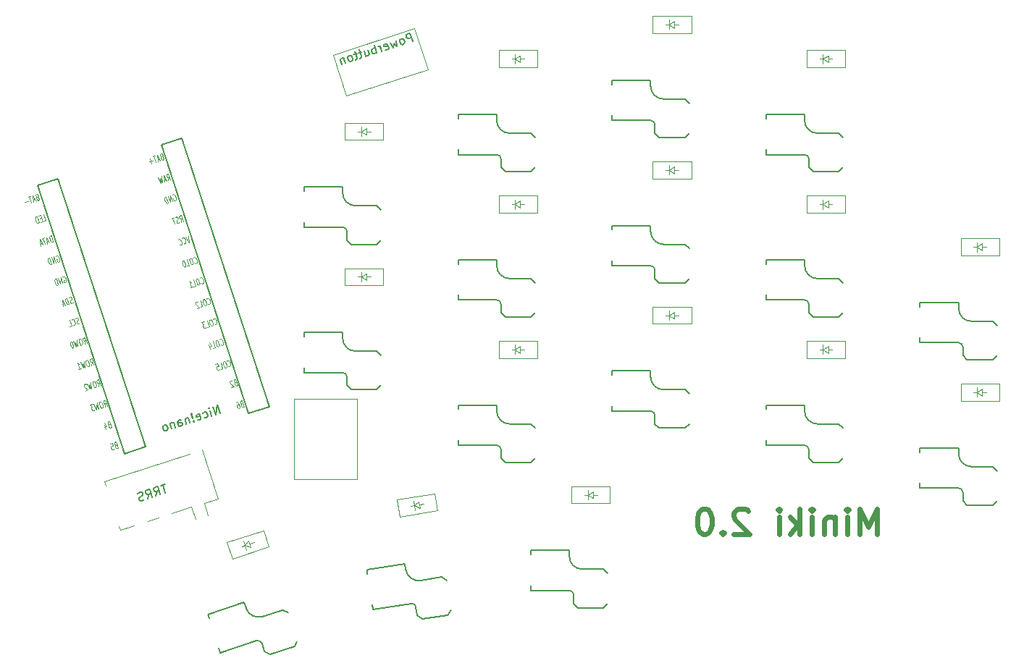
<source format=gbr>
%TF.GenerationSoftware,KiCad,Pcbnew,(5.1.8)-1*%
%TF.CreationDate,2021-08-08T13:00:59+02:00*%
%TF.ProjectId,miniki v2,6d696e69-6b69-4207-9632-2e6b69636164,rev?*%
%TF.SameCoordinates,Original*%
%TF.FileFunction,Legend,Bot*%
%TF.FilePolarity,Positive*%
%FSLAX46Y46*%
G04 Gerber Fmt 4.6, Leading zero omitted, Abs format (unit mm)*
G04 Created by KiCad (PCBNEW (5.1.8)-1) date 2021-08-08 13:00:59*
%MOMM*%
%LPD*%
G01*
G04 APERTURE LIST*
%ADD10C,0.600000*%
%ADD11C,0.100000*%
%ADD12C,0.120000*%
%ADD13C,0.150000*%
%ADD14C,0.125000*%
G04 APERTURE END LIST*
D10*
X129928571Y-118607142D02*
X129928571Y-115607142D01*
X128928571Y-117750000D01*
X127928571Y-115607142D01*
X127928571Y-118607142D01*
X126500000Y-118607142D02*
X126500000Y-116607142D01*
X126500000Y-115607142D02*
X126642857Y-115750000D01*
X126500000Y-115892857D01*
X126357142Y-115750000D01*
X126500000Y-115607142D01*
X126500000Y-115892857D01*
X125071428Y-116607142D02*
X125071428Y-118607142D01*
X125071428Y-116892857D02*
X124928571Y-116750000D01*
X124642857Y-116607142D01*
X124214285Y-116607142D01*
X123928571Y-116750000D01*
X123785714Y-117035714D01*
X123785714Y-118607142D01*
X122357142Y-118607142D02*
X122357142Y-116607142D01*
X122357142Y-115607142D02*
X122500000Y-115750000D01*
X122357142Y-115892857D01*
X122214285Y-115750000D01*
X122357142Y-115607142D01*
X122357142Y-115892857D01*
X120928571Y-118607142D02*
X120928571Y-115607142D01*
X120642857Y-117464285D02*
X119785714Y-118607142D01*
X119785714Y-116607142D02*
X120928571Y-117750000D01*
X118500000Y-118607142D02*
X118500000Y-116607142D01*
X118500000Y-115607142D02*
X118642857Y-115750000D01*
X118500000Y-115892857D01*
X118357142Y-115750000D01*
X118500000Y-115607142D01*
X118500000Y-115892857D01*
X114928571Y-115892857D02*
X114785714Y-115750000D01*
X114500000Y-115607142D01*
X113785714Y-115607142D01*
X113500000Y-115750000D01*
X113357142Y-115892857D01*
X113214285Y-116178571D01*
X113214285Y-116464285D01*
X113357142Y-116892857D01*
X115071428Y-118607142D01*
X113214285Y-118607142D01*
X111928571Y-118321428D02*
X111785714Y-118464285D01*
X111928571Y-118607142D01*
X112071428Y-118464285D01*
X111928571Y-118321428D01*
X111928571Y-118607142D01*
X109928571Y-115607142D02*
X109642857Y-115607142D01*
X109357142Y-115750000D01*
X109214285Y-115892857D01*
X109071428Y-116178571D01*
X108928571Y-116750000D01*
X108928571Y-117464285D01*
X109071428Y-118035714D01*
X109214285Y-118321428D01*
X109357142Y-118464285D01*
X109642857Y-118607142D01*
X109928571Y-118607142D01*
X110214285Y-118464285D01*
X110357142Y-118321428D01*
X110500000Y-118035714D01*
X110642857Y-117464285D01*
X110642857Y-116750000D01*
X110500000Y-116178571D01*
X110357142Y-115892857D01*
X110214285Y-115750000D01*
X109928571Y-115607142D01*
D11*
%TO.C,D18*%
X141650000Y-102000000D02*
X141650000Y-101450000D01*
D12*
X139750000Y-101000000D02*
X144250000Y-101000000D01*
D11*
X141250000Y-102000000D02*
X141650000Y-102000000D01*
X142250000Y-102400000D02*
X141650000Y-102000000D01*
D12*
X139750000Y-103000000D02*
X144250000Y-103000000D01*
X139750000Y-101000000D02*
X139750000Y-103000000D01*
D11*
X141650000Y-102000000D02*
X141650000Y-102550000D01*
X142250000Y-102000000D02*
X142750000Y-102000000D01*
X141650000Y-102000000D02*
X142250000Y-101600000D01*
X142250000Y-101600000D02*
X142250000Y-102400000D01*
D12*
X144250000Y-101000000D02*
X144250000Y-103000000D01*
D11*
%TO.C,D17*%
X141650000Y-85000000D02*
X141650000Y-84450000D01*
D12*
X139750000Y-84000000D02*
X144250000Y-84000000D01*
D11*
X141250000Y-85000000D02*
X141650000Y-85000000D01*
X142250000Y-85400000D02*
X141650000Y-85000000D01*
D12*
X139750000Y-86000000D02*
X144250000Y-86000000D01*
X139750000Y-84000000D02*
X139750000Y-86000000D01*
D11*
X141650000Y-85000000D02*
X141650000Y-85550000D01*
X142250000Y-85000000D02*
X142750000Y-85000000D01*
X141650000Y-85000000D02*
X142250000Y-84600000D01*
X142250000Y-84600000D02*
X142250000Y-85400000D01*
D12*
X144250000Y-84000000D02*
X144250000Y-86000000D01*
D11*
%TO.C,D15*%
X123650000Y-97000000D02*
X123650000Y-96450000D01*
D12*
X121750000Y-96000000D02*
X126250000Y-96000000D01*
D11*
X123250000Y-97000000D02*
X123650000Y-97000000D01*
X124250000Y-97400000D02*
X123650000Y-97000000D01*
D12*
X121750000Y-98000000D02*
X126250000Y-98000000D01*
X121750000Y-96000000D02*
X121750000Y-98000000D01*
D11*
X123650000Y-97000000D02*
X123650000Y-97550000D01*
X124250000Y-97000000D02*
X124750000Y-97000000D01*
X123650000Y-97000000D02*
X124250000Y-96600000D01*
X124250000Y-96600000D02*
X124250000Y-97400000D01*
D12*
X126250000Y-96000000D02*
X126250000Y-98000000D01*
D11*
%TO.C,D14*%
X123650000Y-80000000D02*
X123650000Y-79450000D01*
D12*
X121750000Y-79000000D02*
X126250000Y-79000000D01*
D11*
X123250000Y-80000000D02*
X123650000Y-80000000D01*
X124250000Y-80400000D02*
X123650000Y-80000000D01*
D12*
X121750000Y-81000000D02*
X126250000Y-81000000D01*
X121750000Y-79000000D02*
X121750000Y-81000000D01*
D11*
X123650000Y-80000000D02*
X123650000Y-80550000D01*
X124250000Y-80000000D02*
X124750000Y-80000000D01*
X123650000Y-80000000D02*
X124250000Y-79600000D01*
X124250000Y-79600000D02*
X124250000Y-80400000D01*
D12*
X126250000Y-79000000D02*
X126250000Y-81000000D01*
D11*
%TO.C,D13*%
X123650000Y-63000000D02*
X123650000Y-62450000D01*
D12*
X121750000Y-62000000D02*
X126250000Y-62000000D01*
D11*
X123250000Y-63000000D02*
X123650000Y-63000000D01*
X124250000Y-63400000D02*
X123650000Y-63000000D01*
D12*
X121750000Y-64000000D02*
X126250000Y-64000000D01*
X121750000Y-62000000D02*
X121750000Y-64000000D01*
D11*
X123650000Y-63000000D02*
X123650000Y-63550000D01*
X124250000Y-63000000D02*
X124750000Y-63000000D01*
X123650000Y-63000000D02*
X124250000Y-62600000D01*
X124250000Y-62600000D02*
X124250000Y-63400000D01*
D12*
X126250000Y-62000000D02*
X126250000Y-64000000D01*
D11*
%TO.C,D12*%
X96150000Y-114000000D02*
X96150000Y-113450000D01*
D12*
X94250000Y-113000000D02*
X98750000Y-113000000D01*
D11*
X95750000Y-114000000D02*
X96150000Y-114000000D01*
X96750000Y-114400000D02*
X96150000Y-114000000D01*
D12*
X94250000Y-115000000D02*
X98750000Y-115000000D01*
X94250000Y-113000000D02*
X94250000Y-115000000D01*
D11*
X96150000Y-114000000D02*
X96150000Y-114550000D01*
X96750000Y-114000000D02*
X97250000Y-114000000D01*
X96150000Y-114000000D02*
X96750000Y-113600000D01*
X96750000Y-113600000D02*
X96750000Y-114400000D01*
D12*
X98750000Y-113000000D02*
X98750000Y-115000000D01*
D11*
%TO.C,D11*%
X105650000Y-93000000D02*
X105650000Y-92450000D01*
D12*
X103750000Y-92000000D02*
X108250000Y-92000000D01*
D11*
X105250000Y-93000000D02*
X105650000Y-93000000D01*
X106250000Y-93400000D02*
X105650000Y-93000000D01*
D12*
X103750000Y-94000000D02*
X108250000Y-94000000D01*
X103750000Y-92000000D02*
X103750000Y-94000000D01*
D11*
X105650000Y-93000000D02*
X105650000Y-93550000D01*
X106250000Y-93000000D02*
X106750000Y-93000000D01*
X105650000Y-93000000D02*
X106250000Y-92600000D01*
X106250000Y-92600000D02*
X106250000Y-93400000D01*
D12*
X108250000Y-92000000D02*
X108250000Y-94000000D01*
D11*
%TO.C,D10*%
X105650000Y-76000000D02*
X105650000Y-75450000D01*
D12*
X103750000Y-75000000D02*
X108250000Y-75000000D01*
D11*
X105250000Y-76000000D02*
X105650000Y-76000000D01*
X106250000Y-76400000D02*
X105650000Y-76000000D01*
D12*
X103750000Y-77000000D02*
X108250000Y-77000000D01*
X103750000Y-75000000D02*
X103750000Y-77000000D01*
D11*
X105650000Y-76000000D02*
X105650000Y-76550000D01*
X106250000Y-76000000D02*
X106750000Y-76000000D01*
X105650000Y-76000000D02*
X106250000Y-75600000D01*
X106250000Y-75600000D02*
X106250000Y-76400000D01*
D12*
X108250000Y-75000000D02*
X108250000Y-77000000D01*
D13*
%TO.C,U1*%
X46292895Y-73078489D02*
X48708579Y-72293586D01*
X48708579Y-72293586D02*
X58906140Y-103678451D01*
X58906140Y-103678451D02*
X56490456Y-104463354D01*
X56491074Y-104465257D02*
X46292895Y-73078489D01*
X31798794Y-77787908D02*
X34214477Y-77003005D01*
X34214477Y-77003005D02*
X44412038Y-108387870D01*
X44412038Y-108387870D02*
X41996355Y-109172773D01*
X41996355Y-109172773D02*
X31798794Y-77787908D01*
D12*
%TO.C,Reset1*%
X69200000Y-112200000D02*
X69200000Y-102800000D01*
X69200000Y-102800000D02*
X61800000Y-102800000D01*
X61800000Y-102800000D02*
X61800000Y-112200000D01*
X61800000Y-112200000D02*
X69200000Y-112200000D01*
%TO.C,Power1*%
X67919373Y-67304692D02*
X66374288Y-62549410D01*
X77429938Y-64214522D02*
X67919373Y-67304692D01*
X75884853Y-59459240D02*
X77429938Y-64214522D01*
X66374288Y-62549410D02*
X75884853Y-59459240D01*
D13*
%TO.C,K18*%
X141000000Y-110700000D02*
G75*
G02*
X139500000Y-109200000I0J1500000D01*
G01*
X139500000Y-113200000D02*
G75*
G02*
X140000000Y-113700000I0J-500000D01*
G01*
X139500000Y-109200000D02*
X139500000Y-108500000D01*
X139500000Y-108500000D02*
X135000000Y-108500000D01*
X140500000Y-115200000D02*
X140000000Y-114700000D01*
X140000000Y-113700000D02*
X140000000Y-114700000D01*
X135000000Y-113200000D02*
X139500000Y-113200000D01*
X144000000Y-111200000D02*
X143500000Y-110700000D01*
X135000000Y-112600000D02*
X135000000Y-113200000D01*
X143500000Y-110700000D02*
X141000000Y-110700000D01*
X144000000Y-114700000D02*
X143500000Y-115200000D01*
X143500000Y-115200000D02*
X140500000Y-115200000D01*
X135000000Y-108500000D02*
X135000000Y-109000000D01*
%TO.C,K17*%
X141000000Y-93700000D02*
G75*
G02*
X139500000Y-92200000I0J1500000D01*
G01*
X139500000Y-96200000D02*
G75*
G02*
X140000000Y-96700000I0J-500000D01*
G01*
X139500000Y-92200000D02*
X139500000Y-91500000D01*
X139500000Y-91500000D02*
X135000000Y-91500000D01*
X140500000Y-98200000D02*
X140000000Y-97700000D01*
X140000000Y-96700000D02*
X140000000Y-97700000D01*
X135000000Y-96200000D02*
X139500000Y-96200000D01*
X144000000Y-94200000D02*
X143500000Y-93700000D01*
X135000000Y-95600000D02*
X135000000Y-96200000D01*
X143500000Y-93700000D02*
X141000000Y-93700000D01*
X144000000Y-97700000D02*
X143500000Y-98200000D01*
X143500000Y-98200000D02*
X140500000Y-98200000D01*
X135000000Y-91500000D02*
X135000000Y-92000000D01*
%TO.C,K15*%
X123000000Y-105700000D02*
G75*
G02*
X121500000Y-104200000I0J1500000D01*
G01*
X121500000Y-108200000D02*
G75*
G02*
X122000000Y-108700000I0J-500000D01*
G01*
X121500000Y-104200000D02*
X121500000Y-103500000D01*
X121500000Y-103500000D02*
X117000000Y-103500000D01*
X122500000Y-110200000D02*
X122000000Y-109700000D01*
X122000000Y-108700000D02*
X122000000Y-109700000D01*
X117000000Y-108200000D02*
X121500000Y-108200000D01*
X126000000Y-106200000D02*
X125500000Y-105700000D01*
X117000000Y-107600000D02*
X117000000Y-108200000D01*
X125500000Y-105700000D02*
X123000000Y-105700000D01*
X126000000Y-109700000D02*
X125500000Y-110200000D01*
X125500000Y-110200000D02*
X122500000Y-110200000D01*
X117000000Y-103500000D02*
X117000000Y-104000000D01*
%TO.C,K14*%
X123000000Y-88700000D02*
G75*
G02*
X121500000Y-87200000I0J1500000D01*
G01*
X121500000Y-91200000D02*
G75*
G02*
X122000000Y-91700000I0J-500000D01*
G01*
X121500000Y-87200000D02*
X121500000Y-86500000D01*
X121500000Y-86500000D02*
X117000000Y-86500000D01*
X122500000Y-93200000D02*
X122000000Y-92700000D01*
X122000000Y-91700000D02*
X122000000Y-92700000D01*
X117000000Y-91200000D02*
X121500000Y-91200000D01*
X126000000Y-89200000D02*
X125500000Y-88700000D01*
X117000000Y-90600000D02*
X117000000Y-91200000D01*
X125500000Y-88700000D02*
X123000000Y-88700000D01*
X126000000Y-92700000D02*
X125500000Y-93200000D01*
X125500000Y-93200000D02*
X122500000Y-93200000D01*
X117000000Y-86500000D02*
X117000000Y-87000000D01*
%TO.C,K13*%
X123000000Y-71700000D02*
G75*
G02*
X121500000Y-70200000I0J1500000D01*
G01*
X121500000Y-74200000D02*
G75*
G02*
X122000000Y-74700000I0J-500000D01*
G01*
X121500000Y-70200000D02*
X121500000Y-69500000D01*
X121500000Y-69500000D02*
X117000000Y-69500000D01*
X122500000Y-76200000D02*
X122000000Y-75700000D01*
X122000000Y-74700000D02*
X122000000Y-75700000D01*
X117000000Y-74200000D02*
X121500000Y-74200000D01*
X126000000Y-72200000D02*
X125500000Y-71700000D01*
X117000000Y-73600000D02*
X117000000Y-74200000D01*
X125500000Y-71700000D02*
X123000000Y-71700000D01*
X126000000Y-75700000D02*
X125500000Y-76200000D01*
X125500000Y-76200000D02*
X122500000Y-76200000D01*
X117000000Y-69500000D02*
X117000000Y-70000000D01*
%TO.C,K12*%
X95500000Y-122700000D02*
G75*
G02*
X94000000Y-121200000I0J1500000D01*
G01*
X94000000Y-125200000D02*
G75*
G02*
X94500000Y-125700000I0J-500000D01*
G01*
X94000000Y-121200000D02*
X94000000Y-120500000D01*
X94000000Y-120500000D02*
X89500000Y-120500000D01*
X95000000Y-127200000D02*
X94500000Y-126700000D01*
X94500000Y-125700000D02*
X94500000Y-126700000D01*
X89500000Y-125200000D02*
X94000000Y-125200000D01*
X98500000Y-123200000D02*
X98000000Y-122700000D01*
X89500000Y-124600000D02*
X89500000Y-125200000D01*
X98000000Y-122700000D02*
X95500000Y-122700000D01*
X98500000Y-126700000D02*
X98000000Y-127200000D01*
X98000000Y-127200000D02*
X95000000Y-127200000D01*
X89500000Y-120500000D02*
X89500000Y-121000000D01*
%TO.C,K11*%
X105000000Y-101700000D02*
G75*
G02*
X103500000Y-100200000I0J1500000D01*
G01*
X103500000Y-104200000D02*
G75*
G02*
X104000000Y-104700000I0J-500000D01*
G01*
X103500000Y-100200000D02*
X103500000Y-99500000D01*
X103500000Y-99500000D02*
X99000000Y-99500000D01*
X104500000Y-106200000D02*
X104000000Y-105700000D01*
X104000000Y-104700000D02*
X104000000Y-105700000D01*
X99000000Y-104200000D02*
X103500000Y-104200000D01*
X108000000Y-102200000D02*
X107500000Y-101700000D01*
X99000000Y-103600000D02*
X99000000Y-104200000D01*
X107500000Y-101700000D02*
X105000000Y-101700000D01*
X108000000Y-105700000D02*
X107500000Y-106200000D01*
X107500000Y-106200000D02*
X104500000Y-106200000D01*
X99000000Y-99500000D02*
X99000000Y-100000000D01*
%TO.C,K10*%
X105000000Y-84700000D02*
G75*
G02*
X103500000Y-83200000I0J1500000D01*
G01*
X103500000Y-87200000D02*
G75*
G02*
X104000000Y-87700000I0J-500000D01*
G01*
X103500000Y-83200000D02*
X103500000Y-82500000D01*
X103500000Y-82500000D02*
X99000000Y-82500000D01*
X104500000Y-89200000D02*
X104000000Y-88700000D01*
X104000000Y-87700000D02*
X104000000Y-88700000D01*
X99000000Y-87200000D02*
X103500000Y-87200000D01*
X108000000Y-85200000D02*
X107500000Y-84700000D01*
X99000000Y-86600000D02*
X99000000Y-87200000D01*
X107500000Y-84700000D02*
X105000000Y-84700000D01*
X108000000Y-88700000D02*
X107500000Y-89200000D01*
X107500000Y-89200000D02*
X104500000Y-89200000D01*
X99000000Y-82500000D02*
X99000000Y-83000000D01*
%TO.C,K9*%
X105000000Y-67700000D02*
G75*
G02*
X103500000Y-66200000I0J1500000D01*
G01*
X103500000Y-70200000D02*
G75*
G02*
X104000000Y-70700000I0J-500000D01*
G01*
X103500000Y-66200000D02*
X103500000Y-65500000D01*
X103500000Y-65500000D02*
X99000000Y-65500000D01*
X104500000Y-72200000D02*
X104000000Y-71700000D01*
X104000000Y-70700000D02*
X104000000Y-71700000D01*
X99000000Y-70200000D02*
X103500000Y-70200000D01*
X108000000Y-68200000D02*
X107500000Y-67700000D01*
X99000000Y-69600000D02*
X99000000Y-70200000D01*
X107500000Y-67700000D02*
X105000000Y-67700000D01*
X108000000Y-71700000D02*
X107500000Y-72200000D01*
X107500000Y-72200000D02*
X104500000Y-72200000D01*
X99000000Y-65500000D02*
X99000000Y-66000000D01*
%TO.C,K8*%
X76591119Y-124010881D02*
G75*
G02*
X74874935Y-122764001I-234652J1481532D01*
G01*
X75500673Y-126714754D02*
G75*
G02*
X76072734Y-127130381I78217J-493844D01*
G01*
X74874935Y-122764001D02*
X74765431Y-122072619D01*
X74765431Y-122072619D02*
X70320833Y-122776574D01*
X76801230Y-128533696D02*
X76229169Y-128118069D01*
X76072734Y-127130381D02*
X76229169Y-128118069D01*
X71056075Y-127418709D02*
X75500673Y-126714754D01*
X79632401Y-124035422D02*
X79060340Y-123619795D01*
X70962215Y-126826096D02*
X71056075Y-127418709D01*
X79060340Y-123619795D02*
X76591119Y-124010881D01*
X80179922Y-127492331D02*
X79764295Y-128064393D01*
X79764295Y-128064393D02*
X76801230Y-128533696D01*
X70320833Y-122776574D02*
X70399051Y-123270418D01*
%TO.C,K7*%
X87000000Y-105700000D02*
G75*
G02*
X85500000Y-104200000I0J1500000D01*
G01*
X85500000Y-108200000D02*
G75*
G02*
X86000000Y-108700000I0J-500000D01*
G01*
X85500000Y-104200000D02*
X85500000Y-103500000D01*
X85500000Y-103500000D02*
X81000000Y-103500000D01*
X86500000Y-110200000D02*
X86000000Y-109700000D01*
X86000000Y-108700000D02*
X86000000Y-109700000D01*
X81000000Y-108200000D02*
X85500000Y-108200000D01*
X90000000Y-106200000D02*
X89500000Y-105700000D01*
X81000000Y-107600000D02*
X81000000Y-108200000D01*
X89500000Y-105700000D02*
X87000000Y-105700000D01*
X90000000Y-109700000D02*
X89500000Y-110200000D01*
X89500000Y-110200000D02*
X86500000Y-110200000D01*
X81000000Y-103500000D02*
X81000000Y-104000000D01*
%TO.C,K6*%
X87000000Y-88700000D02*
G75*
G02*
X85500000Y-87200000I0J1500000D01*
G01*
X85500000Y-91200000D02*
G75*
G02*
X86000000Y-91700000I0J-500000D01*
G01*
X85500000Y-87200000D02*
X85500000Y-86500000D01*
X85500000Y-86500000D02*
X81000000Y-86500000D01*
X86500000Y-93200000D02*
X86000000Y-92700000D01*
X86000000Y-91700000D02*
X86000000Y-92700000D01*
X81000000Y-91200000D02*
X85500000Y-91200000D01*
X90000000Y-89200000D02*
X89500000Y-88700000D01*
X81000000Y-90600000D02*
X81000000Y-91200000D01*
X89500000Y-88700000D02*
X87000000Y-88700000D01*
X90000000Y-92700000D02*
X89500000Y-93200000D01*
X89500000Y-93200000D02*
X86500000Y-93200000D01*
X81000000Y-86500000D02*
X81000000Y-87000000D01*
%TO.C,K5*%
X87000000Y-71700000D02*
G75*
G02*
X85500000Y-70200000I0J1500000D01*
G01*
X85500000Y-74200000D02*
G75*
G02*
X86000000Y-74700000I0J-500000D01*
G01*
X85500000Y-70200000D02*
X85500000Y-69500000D01*
X85500000Y-69500000D02*
X81000000Y-69500000D01*
X86500000Y-76200000D02*
X86000000Y-75700000D01*
X86000000Y-74700000D02*
X86000000Y-75700000D01*
X81000000Y-74200000D02*
X85500000Y-74200000D01*
X90000000Y-72200000D02*
X89500000Y-71700000D01*
X81000000Y-73600000D02*
X81000000Y-74200000D01*
X89500000Y-71700000D02*
X87000000Y-71700000D01*
X90000000Y-75700000D02*
X89500000Y-76200000D01*
X89500000Y-76200000D02*
X86500000Y-76200000D01*
X81000000Y-69500000D02*
X81000000Y-70000000D01*
%TO.C,K4*%
X58092307Y-128227926D02*
G75*
G02*
X56202196Y-127264867I-463526J1426585D01*
G01*
X57438265Y-131069093D02*
G75*
G02*
X58068301Y-131390113I154508J-475528D01*
G01*
X56202196Y-127264867D02*
X55985884Y-126599127D01*
X55985884Y-126599127D02*
X51706130Y-127989704D01*
X59007355Y-132662189D02*
X58377318Y-132341169D01*
X58068301Y-131390113D02*
X58377318Y-132341169D01*
X53158510Y-132459669D02*
X57438264Y-131069093D01*
X61099984Y-127776403D02*
X60469948Y-127455384D01*
X52973100Y-131889035D02*
X53158510Y-132459669D01*
X60469948Y-127455384D02*
X58092306Y-128227926D01*
X62181544Y-131105101D02*
X61860524Y-131735138D01*
X61860524Y-131735138D02*
X59007355Y-132662189D01*
X51706130Y-127989704D02*
X51860638Y-128465232D01*
%TO.C,K2*%
X69000000Y-97200000D02*
G75*
G02*
X67500000Y-95700000I0J1500000D01*
G01*
X67500000Y-99700000D02*
G75*
G02*
X68000000Y-100200000I0J-500000D01*
G01*
X67500000Y-95700000D02*
X67500000Y-95000000D01*
X67500000Y-95000000D02*
X63000000Y-95000000D01*
X68500000Y-101700000D02*
X68000000Y-101200000D01*
X68000000Y-100200000D02*
X68000000Y-101200000D01*
X63000000Y-99700000D02*
X67500000Y-99700000D01*
X72000000Y-97700000D02*
X71500000Y-97200000D01*
X63000000Y-99100000D02*
X63000000Y-99700000D01*
X71500000Y-97200000D02*
X69000000Y-97200000D01*
X72000000Y-101200000D02*
X71500000Y-101700000D01*
X71500000Y-101700000D02*
X68500000Y-101700000D01*
X63000000Y-95000000D02*
X63000000Y-95500000D01*
%TO.C,K1*%
X69000000Y-80200000D02*
G75*
G02*
X67500000Y-78700000I0J1500000D01*
G01*
X67500000Y-82700000D02*
G75*
G02*
X68000000Y-83200000I0J-500000D01*
G01*
X67500000Y-78700000D02*
X67500000Y-78000000D01*
X67500000Y-78000000D02*
X63000000Y-78000000D01*
X68500000Y-84700000D02*
X68000000Y-84200000D01*
X68000000Y-83200000D02*
X68000000Y-84200000D01*
X63000000Y-82700000D02*
X67500000Y-82700000D01*
X72000000Y-80700000D02*
X71500000Y-80200000D01*
X63000000Y-82100000D02*
X63000000Y-82700000D01*
X71500000Y-80200000D02*
X69000000Y-80200000D01*
X72000000Y-84200000D02*
X71500000Y-84700000D01*
X71500000Y-84700000D02*
X68500000Y-84700000D01*
X63000000Y-78000000D02*
X63000000Y-78500000D01*
D12*
%TO.C,J1*%
X49815695Y-115414592D02*
X50279220Y-116841177D01*
X44679990Y-117083284D02*
X45963916Y-116666111D01*
X47533159Y-116156233D02*
X49815695Y-115414592D01*
X49578389Y-109182924D02*
X39625583Y-112416787D01*
X41479685Y-118123126D02*
X43110747Y-117593162D01*
X39780091Y-112892315D02*
X39625583Y-112416787D01*
X41479685Y-118123126D02*
X41325176Y-117647598D01*
X51038261Y-108708583D02*
X52892363Y-114414922D01*
X51289833Y-114935616D02*
X52892363Y-114414922D01*
X51289833Y-114935616D02*
X51753358Y-116362201D01*
D11*
%TO.C,D9*%
X105650000Y-59000000D02*
X105650000Y-58450000D01*
D12*
X103750000Y-58000000D02*
X108250000Y-58000000D01*
D11*
X105250000Y-59000000D02*
X105650000Y-59000000D01*
X106250000Y-59400000D02*
X105650000Y-59000000D01*
D12*
X103750000Y-60000000D02*
X108250000Y-60000000D01*
X103750000Y-58000000D02*
X103750000Y-60000000D01*
D11*
X105650000Y-59000000D02*
X105650000Y-59550000D01*
X106250000Y-59000000D02*
X106750000Y-59000000D01*
X105650000Y-59000000D02*
X106250000Y-58600000D01*
X106250000Y-58600000D02*
X106250000Y-59400000D01*
D12*
X108250000Y-58000000D02*
X108250000Y-60000000D01*
D11*
%TO.C,D8*%
X75854309Y-115254752D02*
X75768270Y-114711523D01*
D12*
X73821267Y-114564289D02*
X78265864Y-113860334D01*
D11*
X75459234Y-115317326D02*
X75854309Y-115254752D01*
X76509496Y-115555967D02*
X75854309Y-115254752D01*
D12*
X74134136Y-116539666D02*
X78578733Y-115835711D01*
X73821267Y-114564289D02*
X74134136Y-116539666D01*
D11*
X75854309Y-115254752D02*
X75940348Y-115797981D01*
X76446922Y-115160891D02*
X76940766Y-115082674D01*
X75854309Y-115254752D02*
X76384348Y-114765816D01*
X76384348Y-114765816D02*
X76509496Y-115555967D01*
D12*
X78265864Y-113860334D02*
X78578733Y-115835711D01*
D11*
%TO.C,D7*%
X87650000Y-97000000D02*
X87650000Y-96450000D01*
D12*
X85750000Y-96000000D02*
X90250000Y-96000000D01*
D11*
X87250000Y-97000000D02*
X87650000Y-97000000D01*
X88250000Y-97400000D02*
X87650000Y-97000000D01*
D12*
X85750000Y-98000000D02*
X90250000Y-98000000D01*
X85750000Y-96000000D02*
X85750000Y-98000000D01*
D11*
X87650000Y-97000000D02*
X87650000Y-97550000D01*
X88250000Y-97000000D02*
X88750000Y-97000000D01*
X87650000Y-97000000D02*
X88250000Y-96600000D01*
X88250000Y-96600000D02*
X88250000Y-97400000D01*
D12*
X90250000Y-96000000D02*
X90250000Y-98000000D01*
D11*
%TO.C,D6*%
X87650000Y-80000000D02*
X87650000Y-79450000D01*
D12*
X85750000Y-79000000D02*
X90250000Y-79000000D01*
D11*
X87250000Y-80000000D02*
X87650000Y-80000000D01*
X88250000Y-80400000D02*
X87650000Y-80000000D01*
D12*
X85750000Y-81000000D02*
X90250000Y-81000000D01*
X85750000Y-79000000D02*
X85750000Y-81000000D01*
D11*
X87650000Y-80000000D02*
X87650000Y-80550000D01*
X88250000Y-80000000D02*
X88750000Y-80000000D01*
X87650000Y-80000000D02*
X88250000Y-79600000D01*
X88250000Y-79600000D02*
X88250000Y-80400000D01*
D12*
X90250000Y-79000000D02*
X90250000Y-81000000D01*
D11*
%TO.C,D5*%
X87650000Y-63000000D02*
X87650000Y-62450000D01*
D12*
X85750000Y-62000000D02*
X90250000Y-62000000D01*
D11*
X87250000Y-63000000D02*
X87650000Y-63000000D01*
X88250000Y-63400000D02*
X87650000Y-63000000D01*
D12*
X85750000Y-64000000D02*
X90250000Y-64000000D01*
X85750000Y-62000000D02*
X85750000Y-64000000D01*
D11*
X87650000Y-63000000D02*
X87650000Y-63550000D01*
X88250000Y-63000000D02*
X88750000Y-63000000D01*
X87650000Y-63000000D02*
X88250000Y-62600000D01*
X88250000Y-62600000D02*
X88250000Y-63400000D01*
D12*
X90250000Y-62000000D02*
X90250000Y-64000000D01*
D11*
%TO.C,D4*%
X56067130Y-119908156D02*
X55897171Y-119385075D01*
D12*
X53951106Y-119544232D02*
X58230860Y-118153655D01*
D11*
X55686708Y-120031763D02*
X56067130Y-119908156D01*
X56761371Y-120103168D02*
X56067130Y-119908156D01*
D12*
X54569140Y-121446345D02*
X58848894Y-120055768D01*
X53951106Y-119544232D02*
X54569140Y-121446345D01*
D11*
X56067130Y-119908156D02*
X56237090Y-120431237D01*
X56637764Y-119722746D02*
X57113292Y-119568237D01*
X56067130Y-119908156D02*
X56514157Y-119342323D01*
X56514157Y-119342323D02*
X56761371Y-120103168D01*
D12*
X58230860Y-118153655D02*
X58848894Y-120055768D01*
D11*
%TO.C,D2*%
X69650000Y-88500000D02*
X69650000Y-87950000D01*
D12*
X67750000Y-87500000D02*
X72250000Y-87500000D01*
D11*
X69250000Y-88500000D02*
X69650000Y-88500000D01*
X70250000Y-88900000D02*
X69650000Y-88500000D01*
D12*
X67750000Y-89500000D02*
X72250000Y-89500000D01*
X67750000Y-87500000D02*
X67750000Y-89500000D01*
D11*
X69650000Y-88500000D02*
X69650000Y-89050000D01*
X70250000Y-88500000D02*
X70750000Y-88500000D01*
X69650000Y-88500000D02*
X70250000Y-88100000D01*
X70250000Y-88100000D02*
X70250000Y-88900000D01*
D12*
X72250000Y-87500000D02*
X72250000Y-89500000D01*
D11*
%TO.C,D1*%
X69650000Y-71500000D02*
X69650000Y-70950000D01*
D12*
X67750000Y-70500000D02*
X72250000Y-70500000D01*
D11*
X69250000Y-71500000D02*
X69650000Y-71500000D01*
X70250000Y-71900000D02*
X69650000Y-71500000D01*
D12*
X67750000Y-72500000D02*
X72250000Y-72500000D01*
X67750000Y-70500000D02*
X67750000Y-72500000D01*
D11*
X69650000Y-71500000D02*
X69650000Y-72050000D01*
X70250000Y-71500000D02*
X70750000Y-71500000D01*
X69650000Y-71500000D02*
X70250000Y-71100000D01*
X70250000Y-71100000D02*
X70250000Y-71900000D01*
D12*
X72250000Y-70500000D02*
X72250000Y-72500000D01*
%TO.C,U1*%
D13*
X53169537Y-104440854D02*
X52860520Y-103489797D01*
X52626076Y-104617435D01*
X52317059Y-103666378D01*
X52173192Y-104764586D02*
X51967181Y-104130548D01*
X51864175Y-103813529D02*
X51924179Y-103844102D01*
X51893605Y-103904106D01*
X51833602Y-103873533D01*
X51864175Y-103813529D01*
X51893605Y-103904106D01*
X51297997Y-104998884D02*
X51403289Y-105014742D01*
X51584443Y-104955882D01*
X51660305Y-104881163D01*
X51690878Y-104821160D01*
X51706736Y-104715868D01*
X51618446Y-104444137D01*
X51543727Y-104368276D01*
X51483723Y-104337702D01*
X51378432Y-104321844D01*
X51197278Y-104380705D01*
X51121416Y-104455423D01*
X50528094Y-105249041D02*
X50633386Y-105264899D01*
X50814540Y-105206038D01*
X50890402Y-105131320D01*
X50906260Y-105026028D01*
X50788539Y-104663721D01*
X50713821Y-104587859D01*
X50608529Y-104572001D01*
X50427375Y-104630861D01*
X50351513Y-104705580D01*
X50335655Y-104810872D01*
X50365085Y-104901448D01*
X50847400Y-104844874D01*
X50060495Y-105350903D02*
X50029922Y-105410907D01*
X50089926Y-105441480D01*
X50120499Y-105381476D01*
X50060495Y-105350903D01*
X50089926Y-105441480D01*
X49972205Y-105079173D02*
X49840912Y-104520997D01*
X49780909Y-104490423D01*
X49750335Y-104550427D01*
X49972205Y-105079173D01*
X49780909Y-104490423D01*
X49431030Y-104954593D02*
X49637041Y-105588631D01*
X49460460Y-105045170D02*
X49400457Y-105014597D01*
X49295165Y-104998739D01*
X49159300Y-105042884D01*
X49083438Y-105117602D01*
X49067580Y-105222894D01*
X49229446Y-105721067D01*
X48368966Y-106000654D02*
X48207100Y-105502481D01*
X48222958Y-105397189D01*
X48298820Y-105322471D01*
X48479974Y-105263610D01*
X48585266Y-105279468D01*
X48354251Y-105955365D02*
X48459543Y-105971223D01*
X48685985Y-105897648D01*
X48761847Y-105822929D01*
X48777705Y-105717637D01*
X48748275Y-105627061D01*
X48673556Y-105551199D01*
X48568264Y-105535341D01*
X48341822Y-105608916D01*
X48236530Y-105593058D01*
X47710071Y-105513767D02*
X47916082Y-106147805D01*
X47739501Y-105604344D02*
X47679497Y-105573770D01*
X47574206Y-105557912D01*
X47438340Y-105602057D01*
X47362479Y-105676776D01*
X47346620Y-105782068D01*
X47508486Y-106280240D01*
X46919737Y-106471537D02*
X46995599Y-106396818D01*
X47026172Y-106336815D01*
X47042030Y-106231523D01*
X46953740Y-105959792D01*
X46879021Y-105883930D01*
X46819018Y-105853357D01*
X46713726Y-105837499D01*
X46577861Y-105881644D01*
X46501999Y-105956363D01*
X46471426Y-106016366D01*
X46455567Y-106121658D01*
X46543858Y-106393389D01*
X46618577Y-106469250D01*
X46678580Y-106499824D01*
X46783872Y-106515682D01*
X46919737Y-106471537D01*
D14*
X46313432Y-74440745D02*
X46256536Y-74496784D01*
X46244928Y-74538108D01*
X46244356Y-74613398D01*
X46277465Y-74715297D01*
X46322182Y-74775872D01*
X46355862Y-74802481D01*
X46412187Y-74821732D01*
X46593341Y-74762871D01*
X46361578Y-74049579D01*
X46203069Y-74101082D01*
X46168817Y-74149763D01*
X46157209Y-74191087D01*
X46156637Y-74266377D01*
X46178710Y-74334310D01*
X46223427Y-74394885D01*
X46257107Y-74421494D01*
X46313432Y-74440745D01*
X46471941Y-74389242D01*
X46074239Y-74706225D02*
X45847797Y-74779800D01*
X46185745Y-74895307D02*
X45795473Y-74233518D01*
X45868726Y-74998313D01*
X45546387Y-74314451D02*
X45274656Y-74402741D01*
X45642284Y-75071888D02*
X45410521Y-74358596D01*
X45259619Y-74895806D02*
X44897312Y-75013527D01*
X45166756Y-75226397D02*
X44990175Y-74682936D01*
X31762267Y-79168705D02*
X31705371Y-79224744D01*
X31693763Y-79266068D01*
X31693191Y-79341358D01*
X31726300Y-79443257D01*
X31771017Y-79503832D01*
X31804697Y-79530441D01*
X31861022Y-79549692D01*
X32042176Y-79490831D01*
X31810413Y-78777539D01*
X31651904Y-78829042D01*
X31617652Y-78877723D01*
X31606044Y-78919047D01*
X31605472Y-78994337D01*
X31627545Y-79062270D01*
X31672262Y-79122845D01*
X31705942Y-79149454D01*
X31762267Y-79168705D01*
X31920776Y-79117202D01*
X31523074Y-79434185D02*
X31296632Y-79507760D01*
X31634580Y-79623267D02*
X31244308Y-78961478D01*
X31317561Y-79726273D01*
X30995222Y-79042411D02*
X30723491Y-79130701D01*
X31091119Y-79799848D02*
X30859356Y-79086556D01*
X30708454Y-79623766D02*
X30346147Y-79741487D01*
D13*
D14*
X38105243Y-98844475D02*
X38153389Y-98453310D01*
X38376973Y-98756185D02*
X38145211Y-98042892D01*
X37964057Y-98101753D01*
X37929805Y-98150434D01*
X37918197Y-98191758D01*
X37917625Y-98267048D01*
X37950734Y-98368947D01*
X37995451Y-98429522D01*
X38029132Y-98456131D01*
X38085457Y-98475382D01*
X38266610Y-98416522D01*
X37579106Y-98226831D02*
X37488529Y-98256261D01*
X37454277Y-98304943D01*
X37431061Y-98387590D01*
X37452562Y-98530813D01*
X37529816Y-98768577D01*
X37596606Y-98897085D01*
X37663967Y-98950302D01*
X37720291Y-98969554D01*
X37810868Y-98940123D01*
X37845120Y-98891442D01*
X37868336Y-98808794D01*
X37846835Y-98665572D01*
X37769581Y-98427808D01*
X37702791Y-98299300D01*
X37635430Y-98246082D01*
X37579106Y-98226831D01*
X37216798Y-98344552D02*
X37335340Y-99094632D01*
X37079218Y-98614568D01*
X37154186Y-99153492D01*
X36809203Y-98476988D01*
X36610726Y-99330074D02*
X36882456Y-99241783D01*
X36746591Y-99285928D02*
X36514828Y-98572636D01*
X36593225Y-98659820D01*
X36660586Y-98713037D01*
X36716911Y-98732288D01*
X53272808Y-96445076D02*
X53306488Y-96471685D01*
X53385457Y-96483579D01*
X53430745Y-96468864D01*
X53487642Y-96412825D01*
X53510857Y-96330177D01*
X53511429Y-96254887D01*
X53489928Y-96111664D01*
X53456819Y-96009765D01*
X53390030Y-95881257D01*
X53345313Y-95820682D01*
X53277952Y-95767465D01*
X53198983Y-95755571D01*
X53153694Y-95770286D01*
X53096798Y-95826325D01*
X53085190Y-95867649D01*
X52768743Y-95895365D02*
X52678166Y-95924795D01*
X52643914Y-95973476D01*
X52620698Y-96056124D01*
X52642199Y-96199347D01*
X52719454Y-96437111D01*
X52786243Y-96565618D01*
X52853604Y-96618836D01*
X52909929Y-96638087D01*
X53000506Y-96608657D01*
X53034758Y-96559976D01*
X53057973Y-96477328D01*
X53036472Y-96334105D01*
X52959218Y-96096341D01*
X52892429Y-95967833D01*
X52825068Y-95914616D01*
X52768743Y-95895365D01*
X52366468Y-96814668D02*
X52592910Y-96741093D01*
X52361147Y-96027800D01*
X51849652Y-96456861D02*
X52004161Y-96932389D01*
X51874583Y-96148343D02*
X52153348Y-96621049D01*
X51858974Y-96716698D01*
X38909768Y-101320551D02*
X38957914Y-100929386D01*
X39181498Y-101232261D02*
X38949736Y-100518968D01*
X38768582Y-100577829D01*
X38734330Y-100626510D01*
X38722722Y-100667834D01*
X38722150Y-100743124D01*
X38755259Y-100845023D01*
X38799976Y-100905598D01*
X38833657Y-100932207D01*
X38889982Y-100951458D01*
X39071135Y-100892598D01*
X38383631Y-100702907D02*
X38293054Y-100732337D01*
X38258802Y-100781019D01*
X38235586Y-100863666D01*
X38257087Y-101006889D01*
X38334341Y-101244653D01*
X38401131Y-101373161D01*
X38468492Y-101426378D01*
X38524816Y-101445630D01*
X38615393Y-101416199D01*
X38649645Y-101367518D01*
X38672861Y-101284870D01*
X38651360Y-101141648D01*
X38574106Y-100903884D01*
X38507316Y-100775376D01*
X38439955Y-100722158D01*
X38383631Y-100702907D01*
X38021323Y-100820628D02*
X38139865Y-101570708D01*
X37883743Y-101090644D01*
X37958711Y-101629568D01*
X37613728Y-100953064D01*
X37477291Y-101072499D02*
X37443610Y-101045890D01*
X37387286Y-101026639D01*
X37274065Y-101063427D01*
X37239813Y-101112108D01*
X37228205Y-101153432D01*
X37227633Y-101228722D01*
X37249706Y-101296655D01*
X37305459Y-101391196D01*
X37709625Y-101710501D01*
X37415251Y-101806150D01*
X54135548Y-98938513D02*
X54169228Y-98965122D01*
X54248197Y-98977016D01*
X54293485Y-98962301D01*
X54350382Y-98906262D01*
X54373597Y-98823614D01*
X54374169Y-98748324D01*
X54352668Y-98605101D01*
X54319559Y-98503202D01*
X54252770Y-98374694D01*
X54208053Y-98314119D01*
X54140692Y-98260902D01*
X54061723Y-98249008D01*
X54016434Y-98263723D01*
X53959538Y-98319762D01*
X53947930Y-98361086D01*
X53631483Y-98388802D02*
X53540906Y-98418232D01*
X53506654Y-98466913D01*
X53483438Y-98549561D01*
X53504939Y-98692784D01*
X53582194Y-98930548D01*
X53648983Y-99059055D01*
X53716344Y-99112273D01*
X53772669Y-99131524D01*
X53863246Y-99102094D01*
X53897498Y-99053413D01*
X53920713Y-98970765D01*
X53899212Y-98827542D01*
X53821958Y-98589778D01*
X53755169Y-98461270D01*
X53687808Y-98408053D01*
X53631483Y-98388802D01*
X53229208Y-99308105D02*
X53455650Y-99234530D01*
X53223887Y-98521237D01*
X52612494Y-98719891D02*
X52838936Y-98646316D01*
X52971943Y-98978621D01*
X52938263Y-98952012D01*
X52881938Y-98932761D01*
X52768717Y-98969549D01*
X52734465Y-99018230D01*
X52722857Y-99059554D01*
X52722285Y-99134844D01*
X52777467Y-99304676D01*
X52822184Y-99365251D01*
X52855864Y-99391860D01*
X52912189Y-99411111D01*
X53025410Y-99374323D01*
X53059662Y-99325642D01*
X53071270Y-99284318D01*
X39685710Y-103708654D02*
X39733856Y-103317489D01*
X39957440Y-103620364D02*
X39725678Y-102907071D01*
X39544524Y-102965932D01*
X39510272Y-103014613D01*
X39498664Y-103055937D01*
X39498092Y-103131227D01*
X39531201Y-103233126D01*
X39575918Y-103293701D01*
X39609599Y-103320310D01*
X39665924Y-103339561D01*
X39847077Y-103280701D01*
X39159573Y-103091010D02*
X39068996Y-103120440D01*
X39034744Y-103169122D01*
X39011528Y-103251769D01*
X39033029Y-103394992D01*
X39110283Y-103632756D01*
X39177073Y-103761264D01*
X39244434Y-103814481D01*
X39300758Y-103833733D01*
X39391335Y-103804302D01*
X39425587Y-103755621D01*
X39448803Y-103672973D01*
X39427302Y-103529751D01*
X39350048Y-103291987D01*
X39283258Y-103163479D01*
X39215897Y-103110261D01*
X39159573Y-103091010D01*
X38797265Y-103208731D02*
X38915807Y-103958811D01*
X38659685Y-103478747D01*
X38734653Y-104017671D01*
X38389670Y-103341167D01*
X38253804Y-103385312D02*
X37959430Y-103480960D01*
X38206230Y-103701188D01*
X38138297Y-103723260D01*
X38104045Y-103771942D01*
X38092437Y-103813266D01*
X38091866Y-103888556D01*
X38147047Y-104058387D01*
X38191764Y-104118962D01*
X38225445Y-104145571D01*
X38281769Y-104164822D01*
X38417635Y-104120677D01*
X38451887Y-104071996D01*
X38463495Y-104030672D01*
X54926489Y-100844453D02*
X54869592Y-100900492D01*
X54857985Y-100941816D01*
X54857413Y-101017106D01*
X54890522Y-101119005D01*
X54935239Y-101179580D01*
X54968919Y-101206189D01*
X55025244Y-101225440D01*
X55206398Y-101166579D01*
X54974635Y-100453287D01*
X54816126Y-100504790D01*
X54781873Y-100553471D01*
X54770266Y-100594795D01*
X54769694Y-100670085D01*
X54791767Y-100738018D01*
X54836483Y-100798593D01*
X54870164Y-100825202D01*
X54926489Y-100844453D01*
X55084998Y-100792950D01*
X54543824Y-100668371D02*
X54510143Y-100641762D01*
X54453818Y-100622511D01*
X54340597Y-100659298D01*
X54306345Y-100707980D01*
X54294737Y-100749304D01*
X54294166Y-100824594D01*
X54316238Y-100892526D01*
X54371992Y-100987068D01*
X54776158Y-101306373D01*
X54481783Y-101402021D01*
X40169672Y-105772769D02*
X40112775Y-105828808D01*
X40101168Y-105870132D01*
X40100596Y-105945422D01*
X40133705Y-106047321D01*
X40178422Y-106107896D01*
X40212102Y-106134505D01*
X40268427Y-106153756D01*
X40449581Y-106094895D01*
X40217818Y-105381603D01*
X40059309Y-105433106D01*
X40025056Y-105481787D01*
X40013449Y-105523111D01*
X40012877Y-105598401D01*
X40034950Y-105666334D01*
X40079666Y-105726909D01*
X40113347Y-105753518D01*
X40169672Y-105772769D01*
X40328181Y-105721266D01*
X39615746Y-105840094D02*
X39770255Y-106315622D01*
X39640677Y-105531575D02*
X39919442Y-106004282D01*
X39625068Y-106099930D01*
X40954575Y-108188453D02*
X40897678Y-108244492D01*
X40886071Y-108285816D01*
X40885499Y-108361106D01*
X40918608Y-108463005D01*
X40963325Y-108523580D01*
X40997005Y-108550189D01*
X41053330Y-108569440D01*
X41234484Y-108510579D01*
X41002721Y-107797287D01*
X40844212Y-107848790D01*
X40809959Y-107897471D01*
X40798352Y-107938795D01*
X40797780Y-108014085D01*
X40819853Y-108082018D01*
X40864569Y-108142593D01*
X40898250Y-108169202D01*
X40954575Y-108188453D01*
X41113084Y-108136950D01*
X40300751Y-108025371D02*
X40527193Y-107951796D01*
X40660200Y-108284101D01*
X40626520Y-108257492D01*
X40570195Y-108238241D01*
X40456974Y-108275029D01*
X40422722Y-108323710D01*
X40411114Y-108365034D01*
X40410542Y-108440324D01*
X40465724Y-108610156D01*
X40510441Y-108670731D01*
X40544121Y-108697340D01*
X40600446Y-108716591D01*
X40713667Y-108679803D01*
X40747919Y-108631122D01*
X40759527Y-108589798D01*
X55670623Y-103340152D02*
X55613726Y-103396191D01*
X55602119Y-103437515D01*
X55601547Y-103512805D01*
X55634656Y-103614704D01*
X55679373Y-103675279D01*
X55713053Y-103701888D01*
X55769378Y-103721139D01*
X55950532Y-103662278D01*
X55718769Y-102948986D01*
X55560260Y-103000489D01*
X55526007Y-103049170D01*
X55514400Y-103090494D01*
X55513828Y-103165784D01*
X55535901Y-103233717D01*
X55580617Y-103294292D01*
X55614298Y-103320901D01*
X55670623Y-103340152D01*
X55829132Y-103288649D01*
X55039443Y-103169712D02*
X55130020Y-103140282D01*
X55186344Y-103159533D01*
X55220025Y-103186142D01*
X55298422Y-103273326D01*
X55365212Y-103401834D01*
X55453502Y-103673564D01*
X55452931Y-103748854D01*
X55441323Y-103790178D01*
X55407071Y-103838860D01*
X55316494Y-103868290D01*
X55260169Y-103849039D01*
X55226489Y-103822430D01*
X55181772Y-103761855D01*
X55126590Y-103592023D01*
X55127162Y-103516733D01*
X55138770Y-103475409D01*
X55173022Y-103426728D01*
X55263599Y-103397298D01*
X55319923Y-103416549D01*
X55353604Y-103443158D01*
X55398321Y-103503733D01*
X50211032Y-86860095D02*
X50244712Y-86886704D01*
X50323681Y-86898598D01*
X50368969Y-86883883D01*
X50425866Y-86827844D01*
X50449081Y-86745196D01*
X50449653Y-86669906D01*
X50428152Y-86526683D01*
X50395043Y-86424784D01*
X50328254Y-86296276D01*
X50283537Y-86235701D01*
X50216176Y-86182484D01*
X50137207Y-86170590D01*
X50091918Y-86185305D01*
X50035022Y-86241344D01*
X50023414Y-86282668D01*
X49706967Y-86310384D02*
X49616390Y-86339814D01*
X49582138Y-86388495D01*
X49558922Y-86471143D01*
X49580423Y-86614366D01*
X49657678Y-86852130D01*
X49724467Y-86980637D01*
X49791828Y-87033855D01*
X49848153Y-87053106D01*
X49938730Y-87023676D01*
X49972982Y-86974995D01*
X49996197Y-86892347D01*
X49974696Y-86749124D01*
X49897442Y-86511360D01*
X49830653Y-86382852D01*
X49763292Y-86329635D01*
X49706967Y-86310384D01*
X49304692Y-87229687D02*
X49531134Y-87156112D01*
X49299371Y-86442819D01*
X48823843Y-86597328D02*
X48778555Y-86612043D01*
X48744302Y-86660724D01*
X48732695Y-86702048D01*
X48732123Y-86777338D01*
X48753624Y-86920561D01*
X48808806Y-87090393D01*
X48875595Y-87218900D01*
X48920312Y-87279475D01*
X48953993Y-87306084D01*
X49010317Y-87325335D01*
X49055606Y-87310620D01*
X49089858Y-87261939D01*
X49101466Y-87220615D01*
X49102037Y-87145325D01*
X49080536Y-87002102D01*
X49025355Y-86832271D01*
X48958565Y-86703763D01*
X48913848Y-86643188D01*
X48880168Y-86616579D01*
X48823843Y-86597328D01*
X35955567Y-91493253D02*
X35898671Y-91549292D01*
X35785450Y-91586079D01*
X35729125Y-91566828D01*
X35695445Y-91540219D01*
X35650728Y-91479644D01*
X35628655Y-91411712D01*
X35629227Y-91336422D01*
X35640835Y-91295098D01*
X35675087Y-91246416D01*
X35754627Y-91183020D01*
X35788879Y-91134338D01*
X35800487Y-91093015D01*
X35801059Y-91017724D01*
X35778986Y-90949792D01*
X35734269Y-90889217D01*
X35700589Y-90862608D01*
X35644264Y-90843357D01*
X35531043Y-90880144D01*
X35474147Y-90936183D01*
X35491075Y-91681727D02*
X35259313Y-90968435D01*
X35146092Y-91005223D01*
X35089195Y-91061262D01*
X35065980Y-91143909D01*
X35065408Y-91219200D01*
X35086909Y-91362422D01*
X35120018Y-91464321D01*
X35186808Y-91592829D01*
X35231524Y-91653404D01*
X35298886Y-91706622D01*
X35377854Y-91718515D01*
X35491075Y-91681727D01*
X34971973Y-91625081D02*
X34745531Y-91698656D01*
X35083480Y-91814163D02*
X34693208Y-91152374D01*
X34766461Y-91917169D01*
X50985274Y-89242967D02*
X51018954Y-89269576D01*
X51097923Y-89281470D01*
X51143211Y-89266755D01*
X51200108Y-89210716D01*
X51223323Y-89128068D01*
X51223895Y-89052778D01*
X51202394Y-88909555D01*
X51169285Y-88807656D01*
X51102496Y-88679148D01*
X51057779Y-88618573D01*
X50990418Y-88565356D01*
X50911449Y-88553462D01*
X50866160Y-88568177D01*
X50809264Y-88624216D01*
X50797656Y-88665540D01*
X50481209Y-88693256D02*
X50390632Y-88722686D01*
X50356380Y-88771367D01*
X50333164Y-88854015D01*
X50354665Y-88997238D01*
X50431920Y-89235002D01*
X50498709Y-89363509D01*
X50566070Y-89416727D01*
X50622395Y-89435978D01*
X50712972Y-89406548D01*
X50747224Y-89357867D01*
X50770439Y-89275219D01*
X50748938Y-89131996D01*
X50671684Y-88894232D01*
X50604895Y-88765724D01*
X50537534Y-88712507D01*
X50481209Y-88693256D01*
X50078934Y-89612559D02*
X50305376Y-89538984D01*
X50073613Y-88825691D01*
X49671338Y-89744995D02*
X49943069Y-89656705D01*
X49807203Y-89700850D02*
X49575441Y-88987557D01*
X49653838Y-89074741D01*
X49721199Y-89127959D01*
X49777524Y-89147210D01*
X36729148Y-93912615D02*
X36672252Y-93968654D01*
X36559031Y-94005442D01*
X36502706Y-93986191D01*
X36469026Y-93959582D01*
X36424309Y-93899007D01*
X36402236Y-93831074D01*
X36402808Y-93755784D01*
X36414416Y-93714460D01*
X36448668Y-93665779D01*
X36528208Y-93602383D01*
X36562460Y-93553701D01*
X36574068Y-93512377D01*
X36574640Y-93437087D01*
X36552567Y-93369155D01*
X36507850Y-93308579D01*
X36474170Y-93281971D01*
X36417845Y-93262720D01*
X36304624Y-93299507D01*
X36247728Y-93355546D01*
X35970853Y-94121448D02*
X36004534Y-94148057D01*
X36083503Y-94159951D01*
X36128791Y-94145235D01*
X36185687Y-94089197D01*
X36208903Y-94006549D01*
X36209475Y-93931259D01*
X36187974Y-93788036D01*
X36154865Y-93686137D01*
X36088075Y-93557629D01*
X36043358Y-93497054D01*
X35975997Y-93443837D01*
X35897028Y-93431943D01*
X35851740Y-93446658D01*
X35794844Y-93502697D01*
X35783236Y-93544021D01*
X35562686Y-94329174D02*
X35789128Y-94255599D01*
X35557365Y-93542306D01*
X51771568Y-91662930D02*
X51805248Y-91689539D01*
X51884217Y-91701433D01*
X51929505Y-91686718D01*
X51986402Y-91630679D01*
X52009617Y-91548031D01*
X52010189Y-91472741D01*
X51988688Y-91329518D01*
X51955579Y-91227619D01*
X51888790Y-91099111D01*
X51844073Y-91038536D01*
X51776712Y-90985319D01*
X51697743Y-90973425D01*
X51652454Y-90988140D01*
X51595558Y-91044179D01*
X51583950Y-91085503D01*
X51267503Y-91113219D02*
X51176926Y-91142649D01*
X51142674Y-91191330D01*
X51119458Y-91273978D01*
X51140959Y-91417201D01*
X51218214Y-91654965D01*
X51285003Y-91783472D01*
X51352364Y-91836690D01*
X51408689Y-91855941D01*
X51499266Y-91826511D01*
X51533518Y-91777830D01*
X51556733Y-91695182D01*
X51535232Y-91551959D01*
X51457978Y-91314195D01*
X51391189Y-91185687D01*
X51323828Y-91132470D01*
X51267503Y-91113219D01*
X50865228Y-92032522D02*
X51091670Y-91958947D01*
X50859907Y-91245654D01*
X50519673Y-91431308D02*
X50485992Y-91404699D01*
X50429667Y-91385448D01*
X50316446Y-91422236D01*
X50282194Y-91470917D01*
X50270586Y-91512241D01*
X50270015Y-91587531D01*
X50292087Y-91655464D01*
X50347841Y-91750005D01*
X50752007Y-92069310D01*
X50457632Y-92164958D01*
X37300717Y-96368399D02*
X37348863Y-95977234D01*
X37572447Y-96280109D02*
X37340685Y-95566816D01*
X37159531Y-95625677D01*
X37125279Y-95674358D01*
X37113671Y-95715682D01*
X37113099Y-95790972D01*
X37146208Y-95892871D01*
X37190925Y-95953446D01*
X37224606Y-95980055D01*
X37280931Y-95999306D01*
X37462084Y-95940446D01*
X36774580Y-95750755D02*
X36684003Y-95780185D01*
X36649751Y-95828867D01*
X36626535Y-95911514D01*
X36648036Y-96054737D01*
X36725290Y-96292501D01*
X36792080Y-96421009D01*
X36859441Y-96474226D01*
X36915765Y-96493478D01*
X37006342Y-96464047D01*
X37040594Y-96415366D01*
X37063810Y-96332718D01*
X37042309Y-96189496D01*
X36965055Y-95951732D01*
X36898265Y-95823224D01*
X36830904Y-95770006D01*
X36774580Y-95750755D01*
X36412272Y-95868476D02*
X36530814Y-96618556D01*
X36274692Y-96138492D01*
X36349660Y-96677416D01*
X36004677Y-96000912D01*
X35732946Y-96089202D02*
X35687658Y-96103917D01*
X35653406Y-96152599D01*
X35641798Y-96193923D01*
X35641226Y-96269213D01*
X35662727Y-96412436D01*
X35717909Y-96582267D01*
X35784698Y-96710775D01*
X35829415Y-96771350D01*
X35863096Y-96797959D01*
X35919421Y-96817210D01*
X35964709Y-96802495D01*
X35998961Y-96753813D01*
X36010569Y-96712489D01*
X36011140Y-96637199D01*
X35989639Y-96493977D01*
X35934458Y-96324145D01*
X35867668Y-96195637D01*
X35822951Y-96135062D01*
X35789271Y-96108454D01*
X35732946Y-96089202D01*
X52544110Y-94040572D02*
X52577790Y-94067181D01*
X52656759Y-94079075D01*
X52702047Y-94064360D01*
X52758944Y-94008321D01*
X52782159Y-93925673D01*
X52782731Y-93850383D01*
X52761230Y-93707160D01*
X52728121Y-93605261D01*
X52661332Y-93476753D01*
X52616615Y-93416178D01*
X52549254Y-93362961D01*
X52470285Y-93351067D01*
X52424996Y-93365782D01*
X52368100Y-93421821D01*
X52356492Y-93463145D01*
X52040045Y-93490861D02*
X51949468Y-93520291D01*
X51915216Y-93568972D01*
X51892000Y-93651620D01*
X51913501Y-93794843D01*
X51990756Y-94032607D01*
X52057545Y-94161114D01*
X52124906Y-94214332D01*
X52181231Y-94233583D01*
X52271808Y-94204153D01*
X52306060Y-94155472D01*
X52329275Y-94072824D01*
X52307774Y-93929601D01*
X52230520Y-93691837D01*
X52163731Y-93563329D01*
X52096370Y-93510112D01*
X52040045Y-93490861D01*
X51637770Y-94410164D02*
X51864212Y-94336589D01*
X51632449Y-93623296D01*
X51292786Y-93733660D02*
X50998412Y-93829308D01*
X51245211Y-94049535D01*
X51177279Y-94071608D01*
X51143027Y-94120289D01*
X51131419Y-94161613D01*
X51130847Y-94236903D01*
X51186029Y-94406735D01*
X51230746Y-94467310D01*
X51264426Y-94493919D01*
X51320751Y-94513170D01*
X51456616Y-94469025D01*
X51490868Y-94420343D01*
X51502476Y-94379019D01*
X34745854Y-88502107D02*
X34780106Y-88453425D01*
X34848039Y-88431353D01*
X34927008Y-88443246D01*
X34994369Y-88496464D01*
X35039086Y-88557039D01*
X35105875Y-88685546D01*
X35138984Y-88787445D01*
X35160485Y-88930668D01*
X35159914Y-89005958D01*
X35136698Y-89088606D01*
X35079802Y-89144645D01*
X35034513Y-89159360D01*
X34955544Y-89147466D01*
X34921864Y-89120858D01*
X34844610Y-88883093D01*
X34935187Y-88853663D01*
X34740139Y-89255008D02*
X34508376Y-88541716D01*
X34468408Y-89343299D01*
X34236646Y-88630006D01*
X34241966Y-89416874D02*
X34010204Y-88703582D01*
X33896983Y-88740369D01*
X33840086Y-88796408D01*
X33816870Y-88879056D01*
X33816299Y-88954346D01*
X33837800Y-89097569D01*
X33870909Y-89199468D01*
X33937698Y-89327976D01*
X33982415Y-89388551D01*
X34049776Y-89441768D01*
X34128745Y-89453662D01*
X34241966Y-89416874D01*
X49440257Y-83690053D02*
X49513511Y-84454848D01*
X49123239Y-83793058D01*
X48902689Y-84578212D02*
X48936369Y-84604820D01*
X49015338Y-84616714D01*
X49060627Y-84601999D01*
X49117523Y-84545960D01*
X49140739Y-84463312D01*
X49141310Y-84388022D01*
X49119809Y-84244799D01*
X49086700Y-84142900D01*
X49019911Y-84014393D01*
X48975194Y-83953818D01*
X48907833Y-83900600D01*
X48828864Y-83888706D01*
X48783576Y-83903422D01*
X48726679Y-83959460D01*
X48715071Y-84000784D01*
X48427161Y-84732720D02*
X48460841Y-84759329D01*
X48539810Y-84771222D01*
X48585098Y-84756507D01*
X48641995Y-84700468D01*
X48665211Y-84617821D01*
X48665782Y-84542531D01*
X48644281Y-84399308D01*
X48611172Y-84297409D01*
X48544383Y-84168901D01*
X48499666Y-84108326D01*
X48432305Y-84055109D01*
X48353336Y-84043215D01*
X48308047Y-84057930D01*
X48251151Y-84113969D01*
X48239543Y-84155293D01*
X33960951Y-86086423D02*
X33995203Y-86037741D01*
X34063136Y-86015669D01*
X34142105Y-86027562D01*
X34209466Y-86080780D01*
X34254183Y-86141355D01*
X34320972Y-86269862D01*
X34354081Y-86371761D01*
X34375582Y-86514984D01*
X34375011Y-86590274D01*
X34351795Y-86672922D01*
X34294899Y-86728961D01*
X34249610Y-86743676D01*
X34170641Y-86731782D01*
X34136961Y-86705174D01*
X34059707Y-86467409D01*
X34150284Y-86437979D01*
X33955236Y-86839324D02*
X33723473Y-86126032D01*
X33683505Y-86927615D01*
X33451743Y-86214322D01*
X33457063Y-87001190D02*
X33225301Y-86287898D01*
X33112080Y-86324685D01*
X33055183Y-86380724D01*
X33031967Y-86463372D01*
X33031396Y-86538662D01*
X33052897Y-86681885D01*
X33086006Y-86783784D01*
X33152795Y-86912292D01*
X33197512Y-86972867D01*
X33264873Y-87026084D01*
X33343842Y-87037978D01*
X33457063Y-87001190D01*
X48573880Y-82089439D02*
X48622026Y-81698273D01*
X48845610Y-82001148D02*
X48613848Y-81287856D01*
X48432694Y-81346716D01*
X48398442Y-81395397D01*
X48386834Y-81436721D01*
X48386262Y-81512011D01*
X48419371Y-81613910D01*
X48464088Y-81674485D01*
X48497769Y-81701094D01*
X48554093Y-81720345D01*
X48735247Y-81661485D01*
X48381690Y-82114333D02*
X48324794Y-82170372D01*
X48211573Y-82207159D01*
X48155248Y-82187908D01*
X48121567Y-82161299D01*
X48076851Y-82100724D01*
X48054778Y-82032792D01*
X48055349Y-81957502D01*
X48066957Y-81916178D01*
X48101209Y-81867496D01*
X48180750Y-81804100D01*
X48215002Y-81755418D01*
X48226610Y-81714095D01*
X48227181Y-81638804D01*
X48205109Y-81570872D01*
X48160392Y-81510297D01*
X48126711Y-81483688D01*
X48070387Y-81464437D01*
X47957166Y-81501225D01*
X47900269Y-81557263D01*
X47753368Y-81567442D02*
X47481637Y-81655733D01*
X47849265Y-82324880D02*
X47617503Y-81611588D01*
X33636443Y-84382070D02*
X33404680Y-83668777D01*
X33291459Y-83705565D01*
X33234563Y-83761604D01*
X33211347Y-83844252D01*
X33210776Y-83919542D01*
X33232277Y-84062765D01*
X33265386Y-84164663D01*
X33332175Y-84293171D01*
X33376892Y-84353746D01*
X33444253Y-84406964D01*
X33523222Y-84418857D01*
X33636443Y-84382070D01*
X33117341Y-84325423D02*
X32890899Y-84398998D01*
X33228847Y-84514505D02*
X32838575Y-83852716D01*
X32911828Y-84617511D01*
X32589489Y-83933649D02*
X32317758Y-84021940D01*
X32685386Y-84691087D02*
X32453624Y-83977794D01*
X32347438Y-84575579D02*
X32120996Y-84649155D01*
X32458944Y-84764662D02*
X32068672Y-84102873D01*
X32141926Y-84867668D01*
X47590134Y-78920551D02*
X47624386Y-78871869D01*
X47692319Y-78849797D01*
X47771288Y-78861690D01*
X47838649Y-78914908D01*
X47883366Y-78975483D01*
X47950155Y-79103990D01*
X47983264Y-79205889D01*
X48004765Y-79349112D01*
X48004194Y-79424402D01*
X47980978Y-79507050D01*
X47924082Y-79563089D01*
X47878793Y-79577804D01*
X47799824Y-79565910D01*
X47766144Y-79539302D01*
X47688890Y-79301537D01*
X47779467Y-79272107D01*
X47584419Y-79673452D02*
X47352656Y-78960160D01*
X47312688Y-79761743D01*
X47080926Y-79048450D01*
X47086246Y-79835318D02*
X46854484Y-79122026D01*
X46741263Y-79158813D01*
X46684366Y-79214852D01*
X46661150Y-79297500D01*
X46660579Y-79372790D01*
X46682080Y-79516013D01*
X46715189Y-79617912D01*
X46781978Y-79746420D01*
X46826695Y-79806995D01*
X46894056Y-79860212D01*
X46973025Y-79872106D01*
X47086246Y-79835318D01*
X32555261Y-81952775D02*
X32781703Y-81879200D01*
X32549941Y-81165908D01*
X32275352Y-81630649D02*
X32116843Y-81682152D01*
X32170310Y-82077854D02*
X32396752Y-82004278D01*
X32164989Y-81290986D01*
X31938547Y-81364561D01*
X31966512Y-82144072D02*
X31734749Y-81430779D01*
X31621528Y-81467567D01*
X31564632Y-81523606D01*
X31541416Y-81606254D01*
X31540845Y-81681544D01*
X31562346Y-81824767D01*
X31595455Y-81926666D01*
X31662244Y-82055173D01*
X31706961Y-82115748D01*
X31774322Y-82168966D01*
X31853291Y-82180859D01*
X31966512Y-82144072D01*
X47072006Y-77235999D02*
X47120153Y-76844833D01*
X47343737Y-77147708D02*
X47111974Y-76434416D01*
X46930821Y-76493276D01*
X46896568Y-76541958D01*
X46884961Y-76583282D01*
X46884389Y-76658572D01*
X46917498Y-76760471D01*
X46962215Y-76821046D01*
X46995895Y-76847655D01*
X47052220Y-76866906D01*
X47233374Y-76808045D01*
X46824635Y-77091062D02*
X46598193Y-77164637D01*
X46936141Y-77280144D02*
X46545869Y-76618355D01*
X46619122Y-77383150D01*
X46274139Y-76706645D02*
X46392680Y-77456725D01*
X46136559Y-76976661D01*
X46211527Y-77515586D01*
X45866543Y-76839081D01*
%TO.C,Power1*%
D13*
X75691368Y-60944084D02*
X75382351Y-59993028D01*
X75020044Y-60110748D01*
X74944182Y-60185467D01*
X74913609Y-60245471D01*
X74897751Y-60350762D01*
X74941896Y-60486628D01*
X75016614Y-60562489D01*
X75076618Y-60593063D01*
X75181910Y-60608921D01*
X75544217Y-60491200D01*
X74604446Y-61297246D02*
X74680308Y-61222528D01*
X74710881Y-61162524D01*
X74726740Y-61057232D01*
X74638449Y-60785502D01*
X74563730Y-60709640D01*
X74503727Y-60679067D01*
X74398435Y-60663209D01*
X74262570Y-60707354D01*
X74186708Y-60782073D01*
X74156135Y-60842076D01*
X74140276Y-60947368D01*
X74228567Y-61219098D01*
X74303286Y-61294960D01*
X74363289Y-61325534D01*
X74468581Y-61341392D01*
X74604446Y-61297246D01*
X73764397Y-60869220D02*
X73789255Y-61562118D01*
X73460950Y-61168094D01*
X73426948Y-61679839D01*
X73039783Y-61104662D01*
X72506465Y-61928852D02*
X72611756Y-61944711D01*
X72792910Y-61885850D01*
X72868772Y-61811132D01*
X72884630Y-61705840D01*
X72766909Y-61343532D01*
X72692191Y-61267671D01*
X72586899Y-61251813D01*
X72405745Y-61310673D01*
X72329883Y-61385392D01*
X72314025Y-61490683D01*
X72343455Y-61581260D01*
X72825770Y-61524686D01*
X72068296Y-62121292D02*
X71862284Y-61487254D01*
X71921145Y-61668408D02*
X71846426Y-61592546D01*
X71786423Y-61561973D01*
X71681131Y-61546114D01*
X71590554Y-61575545D01*
X71479546Y-62312588D02*
X71170529Y-61361531D01*
X71288250Y-61723839D02*
X71182958Y-61707981D01*
X71001805Y-61766841D01*
X70925943Y-61841559D01*
X70895370Y-61901563D01*
X70879511Y-62006855D01*
X70967802Y-62278585D01*
X71042520Y-62354447D01*
X71102524Y-62385020D01*
X71207816Y-62400879D01*
X71388969Y-62342018D01*
X71464831Y-62267300D01*
X70005460Y-62090573D02*
X70211471Y-62724611D01*
X70413055Y-61958137D02*
X70574921Y-62456310D01*
X70559063Y-62561601D01*
X70483201Y-62636320D01*
X70347336Y-62680465D01*
X70242044Y-62664607D01*
X70182041Y-62634034D01*
X69688441Y-62193579D02*
X69326134Y-62311299D01*
X69449570Y-61920705D02*
X69714442Y-62735896D01*
X69698583Y-62841188D01*
X69622722Y-62915907D01*
X69532145Y-62945337D01*
X69144980Y-62370160D02*
X68782673Y-62487881D01*
X68906109Y-62097286D02*
X69170981Y-62912478D01*
X69155123Y-63017769D01*
X69079261Y-63092488D01*
X68988684Y-63121918D01*
X68535800Y-63269069D02*
X68611662Y-63194351D01*
X68642235Y-63134347D01*
X68658093Y-63029055D01*
X68569803Y-62757325D01*
X68495084Y-62681463D01*
X68435081Y-62650890D01*
X68329789Y-62635031D01*
X68193923Y-62679177D01*
X68118062Y-62753895D01*
X68087488Y-62813899D01*
X68071630Y-62919191D01*
X68159921Y-63190921D01*
X68234639Y-63266783D01*
X68294643Y-63297356D01*
X68399935Y-63313214D01*
X68535800Y-63269069D01*
X67605174Y-62870473D02*
X67811185Y-63504511D01*
X67634604Y-62961050D02*
X67574601Y-62930477D01*
X67469309Y-62914618D01*
X67333444Y-62958764D01*
X67257582Y-63033482D01*
X67241724Y-63138774D01*
X67403590Y-63636947D01*
%TO.C,J1*%
X46737048Y-112738131D02*
X46193587Y-112914712D01*
X46774334Y-113777478D02*
X46465317Y-112826422D01*
X45642124Y-114145356D02*
X45811992Y-113589466D01*
X46185585Y-113968775D02*
X45876568Y-113017718D01*
X45514261Y-113135439D01*
X45438399Y-113210157D01*
X45407826Y-113270161D01*
X45391968Y-113375453D01*
X45436113Y-113511318D01*
X45510832Y-113587180D01*
X45570835Y-113617753D01*
X45676127Y-113633611D01*
X46038434Y-113515891D01*
X44691068Y-114454373D02*
X44860936Y-113898483D01*
X45234529Y-114277792D02*
X44925512Y-113326735D01*
X44563204Y-113444456D01*
X44487343Y-113519174D01*
X44456769Y-113579178D01*
X44440911Y-113684470D01*
X44485056Y-113820335D01*
X44559775Y-113896197D01*
X44619779Y-113926770D01*
X44725070Y-113942628D01*
X45087378Y-113824908D01*
X44314045Y-114526805D02*
X44192895Y-114616239D01*
X43966453Y-114689814D01*
X43861161Y-114673956D01*
X43801158Y-114643383D01*
X43726439Y-114567521D01*
X43697009Y-114476944D01*
X43712867Y-114371652D01*
X43743441Y-114311649D01*
X43819302Y-114236930D01*
X43985741Y-114132781D01*
X44061603Y-114058063D01*
X44092176Y-113998059D01*
X44108034Y-113892767D01*
X44078604Y-113802191D01*
X44003885Y-113726329D01*
X43943882Y-113695756D01*
X43838590Y-113679897D01*
X43612148Y-113753473D01*
X43490998Y-113842907D01*
%TD*%
M02*

</source>
